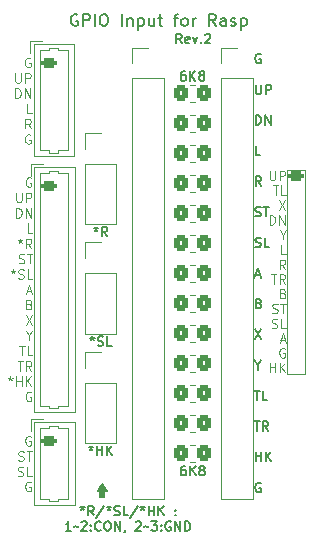
<source format=gbr>
%TF.GenerationSoftware,KiCad,Pcbnew,7.0.1*%
%TF.CreationDate,2023-04-02T14:30:40+09:00*%
%TF.ProjectId,joystick_gpio_input_main_part,6a6f7973-7469-4636-9b5f-6770696f5f69,2*%
%TF.SameCoordinates,PX7863d30PY784b050*%
%TF.FileFunction,Legend,Top*%
%TF.FilePolarity,Positive*%
%FSLAX46Y46*%
G04 Gerber Fmt 4.6, Leading zero omitted, Abs format (unit mm)*
G04 Created by KiCad (PCBNEW 7.0.1) date 2023-04-02 14:30:40*
%MOMM*%
%LPD*%
G01*
G04 APERTURE LIST*
G04 Aperture macros list*
%AMRoundRect*
0 Rectangle with rounded corners*
0 $1 Rounding radius*
0 $2 $3 $4 $5 $6 $7 $8 $9 X,Y pos of 4 corners*
0 Add a 4 corners polygon primitive as box body*
4,1,4,$2,$3,$4,$5,$6,$7,$8,$9,$2,$3,0*
0 Add four circle primitives for the rounded corners*
1,1,$1+$1,$2,$3*
1,1,$1+$1,$4,$5*
1,1,$1+$1,$6,$7*
1,1,$1+$1,$8,$9*
0 Add four rect primitives between the rounded corners*
20,1,$1+$1,$2,$3,$4,$5,0*
20,1,$1+$1,$4,$5,$6,$7,0*
20,1,$1+$1,$6,$7,$8,$9,0*
20,1,$1+$1,$8,$9,$2,$3,0*%
G04 Aperture macros list end*
%ADD10C,0.150000*%
%ADD11C,0.100000*%
%ADD12C,0.120000*%
%ADD13RoundRect,0.250000X-0.350000X-0.450000X0.350000X-0.450000X0.350000X0.450000X-0.350000X0.450000X0*%
%ADD14RoundRect,0.200000X-0.450000X0.200000X-0.450000X-0.200000X0.450000X-0.200000X0.450000X0.200000X0*%
%ADD15O,1.300000X0.800000*%
%ADD16R,1.700000X1.700000*%
%ADD17O,1.700000X1.700000*%
G04 APERTURE END LIST*
D10*
X8534400Y4394200D02*
X8305800Y4394200D01*
X8305800Y3835400D01*
X8001000Y3835400D01*
X8001000Y4394200D01*
X7772400Y4394200D01*
X8153400Y4978400D01*
X8534400Y4394200D01*
G36*
X8534400Y4394200D02*
G01*
X8305800Y4394200D01*
X8305800Y3835400D01*
X8001000Y3835400D01*
X8001000Y4394200D01*
X7772400Y4394200D01*
X8153400Y4978400D01*
X8534400Y4394200D01*
G37*
D11*
X2082123Y8965210D02*
X2005933Y9003305D01*
X2005933Y9003305D02*
X1891647Y9003305D01*
X1891647Y9003305D02*
X1777361Y8965210D01*
X1777361Y8965210D02*
X1701171Y8889020D01*
X1701171Y8889020D02*
X1663076Y8812829D01*
X1663076Y8812829D02*
X1624980Y8660448D01*
X1624980Y8660448D02*
X1624980Y8546162D01*
X1624980Y8546162D02*
X1663076Y8393781D01*
X1663076Y8393781D02*
X1701171Y8317591D01*
X1701171Y8317591D02*
X1777361Y8241400D01*
X1777361Y8241400D02*
X1891647Y8203305D01*
X1891647Y8203305D02*
X1967838Y8203305D01*
X1967838Y8203305D02*
X2082123Y8241400D01*
X2082123Y8241400D02*
X2120219Y8279496D01*
X2120219Y8279496D02*
X2120219Y8546162D01*
X2120219Y8546162D02*
X1967838Y8546162D01*
X1053551Y6945400D02*
X1167837Y6907305D01*
X1167837Y6907305D02*
X1358313Y6907305D01*
X1358313Y6907305D02*
X1434504Y6945400D01*
X1434504Y6945400D02*
X1472599Y6983496D01*
X1472599Y6983496D02*
X1510694Y7059686D01*
X1510694Y7059686D02*
X1510694Y7135877D01*
X1510694Y7135877D02*
X1472599Y7212067D01*
X1472599Y7212067D02*
X1434504Y7250162D01*
X1434504Y7250162D02*
X1358313Y7288258D01*
X1358313Y7288258D02*
X1205932Y7326353D01*
X1205932Y7326353D02*
X1129742Y7364448D01*
X1129742Y7364448D02*
X1091647Y7402543D01*
X1091647Y7402543D02*
X1053551Y7478734D01*
X1053551Y7478734D02*
X1053551Y7554924D01*
X1053551Y7554924D02*
X1091647Y7631115D01*
X1091647Y7631115D02*
X1129742Y7669210D01*
X1129742Y7669210D02*
X1205932Y7707305D01*
X1205932Y7707305D02*
X1396409Y7707305D01*
X1396409Y7707305D02*
X1510694Y7669210D01*
X1739266Y7707305D02*
X2196409Y7707305D01*
X1967837Y6907305D02*
X1967837Y7707305D01*
X1015456Y5649400D02*
X1129742Y5611305D01*
X1129742Y5611305D02*
X1320218Y5611305D01*
X1320218Y5611305D02*
X1396409Y5649400D01*
X1396409Y5649400D02*
X1434504Y5687496D01*
X1434504Y5687496D02*
X1472599Y5763686D01*
X1472599Y5763686D02*
X1472599Y5839877D01*
X1472599Y5839877D02*
X1434504Y5916067D01*
X1434504Y5916067D02*
X1396409Y5954162D01*
X1396409Y5954162D02*
X1320218Y5992258D01*
X1320218Y5992258D02*
X1167837Y6030353D01*
X1167837Y6030353D02*
X1091647Y6068448D01*
X1091647Y6068448D02*
X1053552Y6106543D01*
X1053552Y6106543D02*
X1015456Y6182734D01*
X1015456Y6182734D02*
X1015456Y6258924D01*
X1015456Y6258924D02*
X1053552Y6335115D01*
X1053552Y6335115D02*
X1091647Y6373210D01*
X1091647Y6373210D02*
X1167837Y6411305D01*
X1167837Y6411305D02*
X1358314Y6411305D01*
X1358314Y6411305D02*
X1472599Y6373210D01*
X2196409Y5611305D02*
X1815457Y5611305D01*
X1815457Y5611305D02*
X1815457Y6411305D01*
X2082123Y5077210D02*
X2005933Y5115305D01*
X2005933Y5115305D02*
X1891647Y5115305D01*
X1891647Y5115305D02*
X1777361Y5077210D01*
X1777361Y5077210D02*
X1701171Y5001020D01*
X1701171Y5001020D02*
X1663076Y4924829D01*
X1663076Y4924829D02*
X1624980Y4772448D01*
X1624980Y4772448D02*
X1624980Y4658162D01*
X1624980Y4658162D02*
X1663076Y4505781D01*
X1663076Y4505781D02*
X1701171Y4429591D01*
X1701171Y4429591D02*
X1777361Y4353400D01*
X1777361Y4353400D02*
X1891647Y4315305D01*
X1891647Y4315305D02*
X1967838Y4315305D01*
X1967838Y4315305D02*
X2082123Y4353400D01*
X2082123Y4353400D02*
X2120219Y4391496D01*
X2120219Y4391496D02*
X2120219Y4658162D01*
X2120219Y4658162D02*
X1967838Y4658162D01*
D10*
X6471133Y3084505D02*
X6471133Y2894029D01*
X6280657Y2970220D02*
X6471133Y2894029D01*
X6471133Y2894029D02*
X6661610Y2970220D01*
X6356848Y2741648D02*
X6471133Y2894029D01*
X6471133Y2894029D02*
X6585419Y2741648D01*
X7423515Y2284505D02*
X7156848Y2665458D01*
X6966372Y2284505D02*
X6966372Y3084505D01*
X6966372Y3084505D02*
X7271134Y3084505D01*
X7271134Y3084505D02*
X7347324Y3046410D01*
X7347324Y3046410D02*
X7385419Y3008315D01*
X7385419Y3008315D02*
X7423515Y2932124D01*
X7423515Y2932124D02*
X7423515Y2817839D01*
X7423515Y2817839D02*
X7385419Y2741648D01*
X7385419Y2741648D02*
X7347324Y2703553D01*
X7347324Y2703553D02*
X7271134Y2665458D01*
X7271134Y2665458D02*
X6966372Y2665458D01*
X8337800Y3122600D02*
X7652086Y2094029D01*
X8718752Y3084505D02*
X8718752Y2894029D01*
X8528276Y2970220D02*
X8718752Y2894029D01*
X8718752Y2894029D02*
X8909229Y2970220D01*
X8604467Y2741648D02*
X8718752Y2894029D01*
X8718752Y2894029D02*
X8833038Y2741648D01*
X9175895Y2322600D02*
X9290181Y2284505D01*
X9290181Y2284505D02*
X9480657Y2284505D01*
X9480657Y2284505D02*
X9556848Y2322600D01*
X9556848Y2322600D02*
X9594943Y2360696D01*
X9594943Y2360696D02*
X9633038Y2436886D01*
X9633038Y2436886D02*
X9633038Y2513077D01*
X9633038Y2513077D02*
X9594943Y2589267D01*
X9594943Y2589267D02*
X9556848Y2627362D01*
X9556848Y2627362D02*
X9480657Y2665458D01*
X9480657Y2665458D02*
X9328276Y2703553D01*
X9328276Y2703553D02*
X9252086Y2741648D01*
X9252086Y2741648D02*
X9213991Y2779743D01*
X9213991Y2779743D02*
X9175895Y2855934D01*
X9175895Y2855934D02*
X9175895Y2932124D01*
X9175895Y2932124D02*
X9213991Y3008315D01*
X9213991Y3008315D02*
X9252086Y3046410D01*
X9252086Y3046410D02*
X9328276Y3084505D01*
X9328276Y3084505D02*
X9518753Y3084505D01*
X9518753Y3084505D02*
X9633038Y3046410D01*
X10356848Y2284505D02*
X9975896Y2284505D01*
X9975896Y2284505D02*
X9975896Y3084505D01*
X11194943Y3122600D02*
X10509229Y2094029D01*
X11575895Y3084505D02*
X11575895Y2894029D01*
X11385419Y2970220D02*
X11575895Y2894029D01*
X11575895Y2894029D02*
X11766372Y2970220D01*
X11461610Y2741648D02*
X11575895Y2894029D01*
X11575895Y2894029D02*
X11690181Y2741648D01*
X12071134Y2284505D02*
X12071134Y3084505D01*
X12071134Y2703553D02*
X12528277Y2703553D01*
X12528277Y2284505D02*
X12528277Y3084505D01*
X12909229Y2284505D02*
X12909229Y3084505D01*
X13366372Y2284505D02*
X13023514Y2741648D01*
X13366372Y3084505D02*
X12909229Y2627362D01*
X14318753Y2360696D02*
X14356848Y2322600D01*
X14356848Y2322600D02*
X14318753Y2284505D01*
X14318753Y2284505D02*
X14280657Y2322600D01*
X14280657Y2322600D02*
X14318753Y2360696D01*
X14318753Y2360696D02*
X14318753Y2284505D01*
X14318753Y2779743D02*
X14356848Y2741648D01*
X14356848Y2741648D02*
X14318753Y2703553D01*
X14318753Y2703553D02*
X14280657Y2741648D01*
X14280657Y2741648D02*
X14318753Y2779743D01*
X14318753Y2779743D02*
X14318753Y2703553D01*
X5518752Y988505D02*
X5061609Y988505D01*
X5290181Y988505D02*
X5290181Y1788505D01*
X5290181Y1788505D02*
X5213990Y1674220D01*
X5213990Y1674220D02*
X5137800Y1598029D01*
X5137800Y1598029D02*
X5061609Y1559934D01*
X5747324Y1293267D02*
X5785419Y1331362D01*
X5785419Y1331362D02*
X5861610Y1369458D01*
X5861610Y1369458D02*
X6013991Y1293267D01*
X6013991Y1293267D02*
X6090181Y1331362D01*
X6090181Y1331362D02*
X6128276Y1369458D01*
X6394943Y1712315D02*
X6433039Y1750410D01*
X6433039Y1750410D02*
X6509229Y1788505D01*
X6509229Y1788505D02*
X6699705Y1788505D01*
X6699705Y1788505D02*
X6775896Y1750410D01*
X6775896Y1750410D02*
X6813991Y1712315D01*
X6813991Y1712315D02*
X6852086Y1636124D01*
X6852086Y1636124D02*
X6852086Y1559934D01*
X6852086Y1559934D02*
X6813991Y1445648D01*
X6813991Y1445648D02*
X6356848Y988505D01*
X6356848Y988505D02*
X6852086Y988505D01*
X7194944Y1064696D02*
X7233039Y1026600D01*
X7233039Y1026600D02*
X7194944Y988505D01*
X7194944Y988505D02*
X7156848Y1026600D01*
X7156848Y1026600D02*
X7194944Y1064696D01*
X7194944Y1064696D02*
X7194944Y988505D01*
X7194944Y1483743D02*
X7233039Y1445648D01*
X7233039Y1445648D02*
X7194944Y1407553D01*
X7194944Y1407553D02*
X7156848Y1445648D01*
X7156848Y1445648D02*
X7194944Y1483743D01*
X7194944Y1483743D02*
X7194944Y1407553D01*
X8033039Y1064696D02*
X7994943Y1026600D01*
X7994943Y1026600D02*
X7880658Y988505D01*
X7880658Y988505D02*
X7804467Y988505D01*
X7804467Y988505D02*
X7690181Y1026600D01*
X7690181Y1026600D02*
X7613991Y1102791D01*
X7613991Y1102791D02*
X7575896Y1178981D01*
X7575896Y1178981D02*
X7537800Y1331362D01*
X7537800Y1331362D02*
X7537800Y1445648D01*
X7537800Y1445648D02*
X7575896Y1598029D01*
X7575896Y1598029D02*
X7613991Y1674220D01*
X7613991Y1674220D02*
X7690181Y1750410D01*
X7690181Y1750410D02*
X7804467Y1788505D01*
X7804467Y1788505D02*
X7880658Y1788505D01*
X7880658Y1788505D02*
X7994943Y1750410D01*
X7994943Y1750410D02*
X8033039Y1712315D01*
X8528277Y1788505D02*
X8680658Y1788505D01*
X8680658Y1788505D02*
X8756848Y1750410D01*
X8756848Y1750410D02*
X8833039Y1674220D01*
X8833039Y1674220D02*
X8871134Y1521839D01*
X8871134Y1521839D02*
X8871134Y1255172D01*
X8871134Y1255172D02*
X8833039Y1102791D01*
X8833039Y1102791D02*
X8756848Y1026600D01*
X8756848Y1026600D02*
X8680658Y988505D01*
X8680658Y988505D02*
X8528277Y988505D01*
X8528277Y988505D02*
X8452086Y1026600D01*
X8452086Y1026600D02*
X8375896Y1102791D01*
X8375896Y1102791D02*
X8337800Y1255172D01*
X8337800Y1255172D02*
X8337800Y1521839D01*
X8337800Y1521839D02*
X8375896Y1674220D01*
X8375896Y1674220D02*
X8452086Y1750410D01*
X8452086Y1750410D02*
X8528277Y1788505D01*
X9213991Y988505D02*
X9213991Y1788505D01*
X9213991Y1788505D02*
X9671134Y988505D01*
X9671134Y988505D02*
X9671134Y1788505D01*
X10090181Y1026600D02*
X10090181Y988505D01*
X10090181Y988505D02*
X10052086Y912315D01*
X10052086Y912315D02*
X10013990Y874220D01*
X11004466Y1712315D02*
X11042562Y1750410D01*
X11042562Y1750410D02*
X11118752Y1788505D01*
X11118752Y1788505D02*
X11309228Y1788505D01*
X11309228Y1788505D02*
X11385419Y1750410D01*
X11385419Y1750410D02*
X11423514Y1712315D01*
X11423514Y1712315D02*
X11461609Y1636124D01*
X11461609Y1636124D02*
X11461609Y1559934D01*
X11461609Y1559934D02*
X11423514Y1445648D01*
X11423514Y1445648D02*
X10966371Y988505D01*
X10966371Y988505D02*
X11461609Y988505D01*
X11690181Y1293267D02*
X11728276Y1331362D01*
X11728276Y1331362D02*
X11804467Y1369458D01*
X11804467Y1369458D02*
X11956848Y1293267D01*
X11956848Y1293267D02*
X12033038Y1331362D01*
X12033038Y1331362D02*
X12071133Y1369458D01*
X12299705Y1788505D02*
X12794943Y1788505D01*
X12794943Y1788505D02*
X12528277Y1483743D01*
X12528277Y1483743D02*
X12642562Y1483743D01*
X12642562Y1483743D02*
X12718753Y1445648D01*
X12718753Y1445648D02*
X12756848Y1407553D01*
X12756848Y1407553D02*
X12794943Y1331362D01*
X12794943Y1331362D02*
X12794943Y1140886D01*
X12794943Y1140886D02*
X12756848Y1064696D01*
X12756848Y1064696D02*
X12718753Y1026600D01*
X12718753Y1026600D02*
X12642562Y988505D01*
X12642562Y988505D02*
X12413991Y988505D01*
X12413991Y988505D02*
X12337800Y1026600D01*
X12337800Y1026600D02*
X12299705Y1064696D01*
X13137801Y1064696D02*
X13175896Y1026600D01*
X13175896Y1026600D02*
X13137801Y988505D01*
X13137801Y988505D02*
X13099705Y1026600D01*
X13099705Y1026600D02*
X13137801Y1064696D01*
X13137801Y1064696D02*
X13137801Y988505D01*
X13137801Y1483743D02*
X13175896Y1445648D01*
X13175896Y1445648D02*
X13137801Y1407553D01*
X13137801Y1407553D02*
X13099705Y1445648D01*
X13099705Y1445648D02*
X13137801Y1483743D01*
X13137801Y1483743D02*
X13137801Y1407553D01*
X13937800Y1750410D02*
X13861610Y1788505D01*
X13861610Y1788505D02*
X13747324Y1788505D01*
X13747324Y1788505D02*
X13633038Y1750410D01*
X13633038Y1750410D02*
X13556848Y1674220D01*
X13556848Y1674220D02*
X13518753Y1598029D01*
X13518753Y1598029D02*
X13480657Y1445648D01*
X13480657Y1445648D02*
X13480657Y1331362D01*
X13480657Y1331362D02*
X13518753Y1178981D01*
X13518753Y1178981D02*
X13556848Y1102791D01*
X13556848Y1102791D02*
X13633038Y1026600D01*
X13633038Y1026600D02*
X13747324Y988505D01*
X13747324Y988505D02*
X13823515Y988505D01*
X13823515Y988505D02*
X13937800Y1026600D01*
X13937800Y1026600D02*
X13975896Y1064696D01*
X13975896Y1064696D02*
X13975896Y1331362D01*
X13975896Y1331362D02*
X13823515Y1331362D01*
X14318753Y988505D02*
X14318753Y1788505D01*
X14318753Y1788505D02*
X14775896Y988505D01*
X14775896Y988505D02*
X14775896Y1788505D01*
X15156848Y988505D02*
X15156848Y1788505D01*
X15156848Y1788505D02*
X15347324Y1788505D01*
X15347324Y1788505D02*
X15461610Y1750410D01*
X15461610Y1750410D02*
X15537800Y1674220D01*
X15537800Y1674220D02*
X15575895Y1598029D01*
X15575895Y1598029D02*
X15613991Y1445648D01*
X15613991Y1445648D02*
X15613991Y1331362D01*
X15613991Y1331362D02*
X15575895Y1178981D01*
X15575895Y1178981D02*
X15537800Y1102791D01*
X15537800Y1102791D02*
X15461610Y1026600D01*
X15461610Y1026600D02*
X15347324Y988505D01*
X15347324Y988505D02*
X15156848Y988505D01*
D11*
X2120923Y30863610D02*
X2044733Y30901705D01*
X2044733Y30901705D02*
X1930447Y30901705D01*
X1930447Y30901705D02*
X1816161Y30863610D01*
X1816161Y30863610D02*
X1739971Y30787420D01*
X1739971Y30787420D02*
X1701876Y30711229D01*
X1701876Y30711229D02*
X1663780Y30558848D01*
X1663780Y30558848D02*
X1663780Y30444562D01*
X1663780Y30444562D02*
X1701876Y30292181D01*
X1701876Y30292181D02*
X1739971Y30215991D01*
X1739971Y30215991D02*
X1816161Y30139800D01*
X1816161Y30139800D02*
X1930447Y30101705D01*
X1930447Y30101705D02*
X2006638Y30101705D01*
X2006638Y30101705D02*
X2120923Y30139800D01*
X2120923Y30139800D02*
X2159019Y30177896D01*
X2159019Y30177896D02*
X2159019Y30444562D01*
X2159019Y30444562D02*
X2006638Y30444562D01*
X863781Y29605705D02*
X863781Y28958086D01*
X863781Y28958086D02*
X901876Y28881896D01*
X901876Y28881896D02*
X939971Y28843800D01*
X939971Y28843800D02*
X1016162Y28805705D01*
X1016162Y28805705D02*
X1168543Y28805705D01*
X1168543Y28805705D02*
X1244733Y28843800D01*
X1244733Y28843800D02*
X1282828Y28881896D01*
X1282828Y28881896D02*
X1320924Y28958086D01*
X1320924Y28958086D02*
X1320924Y29605705D01*
X1701876Y28805705D02*
X1701876Y29605705D01*
X1701876Y29605705D02*
X2006638Y29605705D01*
X2006638Y29605705D02*
X2082828Y29567610D01*
X2082828Y29567610D02*
X2120923Y29529515D01*
X2120923Y29529515D02*
X2159019Y29453324D01*
X2159019Y29453324D02*
X2159019Y29339039D01*
X2159019Y29339039D02*
X2120923Y29262848D01*
X2120923Y29262848D02*
X2082828Y29224753D01*
X2082828Y29224753D02*
X2006638Y29186658D01*
X2006638Y29186658D02*
X1701876Y29186658D01*
X863781Y27509705D02*
X863781Y28309705D01*
X863781Y28309705D02*
X1054257Y28309705D01*
X1054257Y28309705D02*
X1168543Y28271610D01*
X1168543Y28271610D02*
X1244733Y28195420D01*
X1244733Y28195420D02*
X1282828Y28119229D01*
X1282828Y28119229D02*
X1320924Y27966848D01*
X1320924Y27966848D02*
X1320924Y27852562D01*
X1320924Y27852562D02*
X1282828Y27700181D01*
X1282828Y27700181D02*
X1244733Y27623991D01*
X1244733Y27623991D02*
X1168543Y27547800D01*
X1168543Y27547800D02*
X1054257Y27509705D01*
X1054257Y27509705D02*
X863781Y27509705D01*
X1663781Y27509705D02*
X1663781Y28309705D01*
X1663781Y28309705D02*
X2120924Y27509705D01*
X2120924Y27509705D02*
X2120924Y28309705D01*
X2235209Y26213705D02*
X1854257Y26213705D01*
X1854257Y26213705D02*
X1854257Y27013705D01*
X1206637Y25717705D02*
X1206637Y25527229D01*
X1016161Y25603420D02*
X1206637Y25527229D01*
X1206637Y25527229D02*
X1397114Y25603420D01*
X1092352Y25374848D02*
X1206637Y25527229D01*
X1206637Y25527229D02*
X1320923Y25374848D01*
X2159019Y24917705D02*
X1892352Y25298658D01*
X1701876Y24917705D02*
X1701876Y25717705D01*
X1701876Y25717705D02*
X2006638Y25717705D01*
X2006638Y25717705D02*
X2082828Y25679610D01*
X2082828Y25679610D02*
X2120923Y25641515D01*
X2120923Y25641515D02*
X2159019Y25565324D01*
X2159019Y25565324D02*
X2159019Y25451039D01*
X2159019Y25451039D02*
X2120923Y25374848D01*
X2120923Y25374848D02*
X2082828Y25336753D01*
X2082828Y25336753D02*
X2006638Y25298658D01*
X2006638Y25298658D02*
X1701876Y25298658D01*
X1092351Y23659800D02*
X1206637Y23621705D01*
X1206637Y23621705D02*
X1397113Y23621705D01*
X1397113Y23621705D02*
X1473304Y23659800D01*
X1473304Y23659800D02*
X1511399Y23697896D01*
X1511399Y23697896D02*
X1549494Y23774086D01*
X1549494Y23774086D02*
X1549494Y23850277D01*
X1549494Y23850277D02*
X1511399Y23926467D01*
X1511399Y23926467D02*
X1473304Y23964562D01*
X1473304Y23964562D02*
X1397113Y24002658D01*
X1397113Y24002658D02*
X1244732Y24040753D01*
X1244732Y24040753D02*
X1168542Y24078848D01*
X1168542Y24078848D02*
X1130447Y24116943D01*
X1130447Y24116943D02*
X1092351Y24193134D01*
X1092351Y24193134D02*
X1092351Y24269324D01*
X1092351Y24269324D02*
X1130447Y24345515D01*
X1130447Y24345515D02*
X1168542Y24383610D01*
X1168542Y24383610D02*
X1244732Y24421705D01*
X1244732Y24421705D02*
X1435209Y24421705D01*
X1435209Y24421705D02*
X1549494Y24383610D01*
X1778066Y24421705D02*
X2235209Y24421705D01*
X2006637Y23621705D02*
X2006637Y24421705D01*
X597113Y23125705D02*
X597113Y22935229D01*
X406637Y23011420D02*
X597113Y22935229D01*
X597113Y22935229D02*
X787590Y23011420D01*
X482828Y22782848D02*
X597113Y22935229D01*
X597113Y22935229D02*
X711399Y22782848D01*
X1054256Y22363800D02*
X1168542Y22325705D01*
X1168542Y22325705D02*
X1359018Y22325705D01*
X1359018Y22325705D02*
X1435209Y22363800D01*
X1435209Y22363800D02*
X1473304Y22401896D01*
X1473304Y22401896D02*
X1511399Y22478086D01*
X1511399Y22478086D02*
X1511399Y22554277D01*
X1511399Y22554277D02*
X1473304Y22630467D01*
X1473304Y22630467D02*
X1435209Y22668562D01*
X1435209Y22668562D02*
X1359018Y22706658D01*
X1359018Y22706658D02*
X1206637Y22744753D01*
X1206637Y22744753D02*
X1130447Y22782848D01*
X1130447Y22782848D02*
X1092352Y22820943D01*
X1092352Y22820943D02*
X1054256Y22897134D01*
X1054256Y22897134D02*
X1054256Y22973324D01*
X1054256Y22973324D02*
X1092352Y23049515D01*
X1092352Y23049515D02*
X1130447Y23087610D01*
X1130447Y23087610D02*
X1206637Y23125705D01*
X1206637Y23125705D02*
X1397114Y23125705D01*
X1397114Y23125705D02*
X1511399Y23087610D01*
X2235209Y22325705D02*
X1854257Y22325705D01*
X1854257Y22325705D02*
X1854257Y23125705D01*
X1778066Y21258277D02*
X2159019Y21258277D01*
X1701876Y21029705D02*
X1968543Y21829705D01*
X1968543Y21829705D02*
X2235209Y21029705D01*
X1968542Y20152753D02*
X2082828Y20114658D01*
X2082828Y20114658D02*
X2120923Y20076562D01*
X2120923Y20076562D02*
X2159019Y20000372D01*
X2159019Y20000372D02*
X2159019Y19886086D01*
X2159019Y19886086D02*
X2120923Y19809896D01*
X2120923Y19809896D02*
X2082828Y19771800D01*
X2082828Y19771800D02*
X2006638Y19733705D01*
X2006638Y19733705D02*
X1701876Y19733705D01*
X1701876Y19733705D02*
X1701876Y20533705D01*
X1701876Y20533705D02*
X1968542Y20533705D01*
X1968542Y20533705D02*
X2044733Y20495610D01*
X2044733Y20495610D02*
X2082828Y20457515D01*
X2082828Y20457515D02*
X2120923Y20381324D01*
X2120923Y20381324D02*
X2120923Y20305134D01*
X2120923Y20305134D02*
X2082828Y20228943D01*
X2082828Y20228943D02*
X2044733Y20190848D01*
X2044733Y20190848D02*
X1968542Y20152753D01*
X1968542Y20152753D02*
X1701876Y20152753D01*
X1663780Y19237705D02*
X2197114Y18437705D01*
X2197114Y19237705D02*
X1663780Y18437705D01*
X1968543Y17522658D02*
X1968543Y17141705D01*
X1701876Y17941705D02*
X1968543Y17522658D01*
X1968543Y17522658D02*
X2235209Y17941705D01*
X1130447Y16645705D02*
X1587590Y16645705D01*
X1359018Y15845705D02*
X1359018Y16645705D01*
X2235209Y15845705D02*
X1854257Y15845705D01*
X1854257Y15845705D02*
X1854257Y16645705D01*
X978066Y15349705D02*
X1435209Y15349705D01*
X1206637Y14549705D02*
X1206637Y15349705D01*
X2159019Y14549705D02*
X1892352Y14930658D01*
X1701876Y14549705D02*
X1701876Y15349705D01*
X1701876Y15349705D02*
X2006638Y15349705D01*
X2006638Y15349705D02*
X2082828Y15311610D01*
X2082828Y15311610D02*
X2120923Y15273515D01*
X2120923Y15273515D02*
X2159019Y15197324D01*
X2159019Y15197324D02*
X2159019Y15083039D01*
X2159019Y15083039D02*
X2120923Y15006848D01*
X2120923Y15006848D02*
X2082828Y14968753D01*
X2082828Y14968753D02*
X2006638Y14930658D01*
X2006638Y14930658D02*
X1701876Y14930658D01*
X368542Y14053705D02*
X368542Y13863229D01*
X178066Y13939420D02*
X368542Y13863229D01*
X368542Y13863229D02*
X559019Y13939420D01*
X254257Y13710848D02*
X368542Y13863229D01*
X368542Y13863229D02*
X482828Y13710848D01*
X863781Y13253705D02*
X863781Y14053705D01*
X863781Y13672753D02*
X1320924Y13672753D01*
X1320924Y13253705D02*
X1320924Y14053705D01*
X1701876Y13253705D02*
X1701876Y14053705D01*
X2159019Y13253705D02*
X1816161Y13710848D01*
X2159019Y14053705D02*
X1701876Y13596562D01*
X2120923Y12719610D02*
X2044733Y12757705D01*
X2044733Y12757705D02*
X1930447Y12757705D01*
X1930447Y12757705D02*
X1816161Y12719610D01*
X1816161Y12719610D02*
X1739971Y12643420D01*
X1739971Y12643420D02*
X1701876Y12567229D01*
X1701876Y12567229D02*
X1663780Y12414848D01*
X1663780Y12414848D02*
X1663780Y12300562D01*
X1663780Y12300562D02*
X1701876Y12148181D01*
X1701876Y12148181D02*
X1739971Y12071991D01*
X1739971Y12071991D02*
X1816161Y11995800D01*
X1816161Y11995800D02*
X1930447Y11957705D01*
X1930447Y11957705D02*
X2006638Y11957705D01*
X2006638Y11957705D02*
X2120923Y11995800D01*
X2120923Y11995800D02*
X2159019Y12033896D01*
X2159019Y12033896D02*
X2159019Y12300562D01*
X2159019Y12300562D02*
X2006638Y12300562D01*
X2056723Y40995210D02*
X1980533Y41033305D01*
X1980533Y41033305D02*
X1866247Y41033305D01*
X1866247Y41033305D02*
X1751961Y40995210D01*
X1751961Y40995210D02*
X1675771Y40919020D01*
X1675771Y40919020D02*
X1637676Y40842829D01*
X1637676Y40842829D02*
X1599580Y40690448D01*
X1599580Y40690448D02*
X1599580Y40576162D01*
X1599580Y40576162D02*
X1637676Y40423781D01*
X1637676Y40423781D02*
X1675771Y40347591D01*
X1675771Y40347591D02*
X1751961Y40271400D01*
X1751961Y40271400D02*
X1866247Y40233305D01*
X1866247Y40233305D02*
X1942438Y40233305D01*
X1942438Y40233305D02*
X2056723Y40271400D01*
X2056723Y40271400D02*
X2094819Y40309496D01*
X2094819Y40309496D02*
X2094819Y40576162D01*
X2094819Y40576162D02*
X1942438Y40576162D01*
X799581Y39737305D02*
X799581Y39089686D01*
X799581Y39089686D02*
X837676Y39013496D01*
X837676Y39013496D02*
X875771Y38975400D01*
X875771Y38975400D02*
X951962Y38937305D01*
X951962Y38937305D02*
X1104343Y38937305D01*
X1104343Y38937305D02*
X1180533Y38975400D01*
X1180533Y38975400D02*
X1218628Y39013496D01*
X1218628Y39013496D02*
X1256724Y39089686D01*
X1256724Y39089686D02*
X1256724Y39737305D01*
X1637676Y38937305D02*
X1637676Y39737305D01*
X1637676Y39737305D02*
X1942438Y39737305D01*
X1942438Y39737305D02*
X2018628Y39699210D01*
X2018628Y39699210D02*
X2056723Y39661115D01*
X2056723Y39661115D02*
X2094819Y39584924D01*
X2094819Y39584924D02*
X2094819Y39470639D01*
X2094819Y39470639D02*
X2056723Y39394448D01*
X2056723Y39394448D02*
X2018628Y39356353D01*
X2018628Y39356353D02*
X1942438Y39318258D01*
X1942438Y39318258D02*
X1637676Y39318258D01*
X799581Y37641305D02*
X799581Y38441305D01*
X799581Y38441305D02*
X990057Y38441305D01*
X990057Y38441305D02*
X1104343Y38403210D01*
X1104343Y38403210D02*
X1180533Y38327020D01*
X1180533Y38327020D02*
X1218628Y38250829D01*
X1218628Y38250829D02*
X1256724Y38098448D01*
X1256724Y38098448D02*
X1256724Y37984162D01*
X1256724Y37984162D02*
X1218628Y37831781D01*
X1218628Y37831781D02*
X1180533Y37755591D01*
X1180533Y37755591D02*
X1104343Y37679400D01*
X1104343Y37679400D02*
X990057Y37641305D01*
X990057Y37641305D02*
X799581Y37641305D01*
X1599581Y37641305D02*
X1599581Y38441305D01*
X1599581Y38441305D02*
X2056724Y37641305D01*
X2056724Y37641305D02*
X2056724Y38441305D01*
X2171009Y36345305D02*
X1790057Y36345305D01*
X1790057Y36345305D02*
X1790057Y37145305D01*
X2094819Y35049305D02*
X1828152Y35430258D01*
X1637676Y35049305D02*
X1637676Y35849305D01*
X1637676Y35849305D02*
X1942438Y35849305D01*
X1942438Y35849305D02*
X2018628Y35811210D01*
X2018628Y35811210D02*
X2056723Y35773115D01*
X2056723Y35773115D02*
X2094819Y35696924D01*
X2094819Y35696924D02*
X2094819Y35582639D01*
X2094819Y35582639D02*
X2056723Y35506448D01*
X2056723Y35506448D02*
X2018628Y35468353D01*
X2018628Y35468353D02*
X1942438Y35430258D01*
X1942438Y35430258D02*
X1637676Y35430258D01*
X2056723Y34515210D02*
X1980533Y34553305D01*
X1980533Y34553305D02*
X1866247Y34553305D01*
X1866247Y34553305D02*
X1751961Y34515210D01*
X1751961Y34515210D02*
X1675771Y34439020D01*
X1675771Y34439020D02*
X1637676Y34362829D01*
X1637676Y34362829D02*
X1599580Y34210448D01*
X1599580Y34210448D02*
X1599580Y34096162D01*
X1599580Y34096162D02*
X1637676Y33943781D01*
X1637676Y33943781D02*
X1675771Y33867591D01*
X1675771Y33867591D02*
X1751961Y33791400D01*
X1751961Y33791400D02*
X1866247Y33753305D01*
X1866247Y33753305D02*
X1942438Y33753305D01*
X1942438Y33753305D02*
X2056723Y33791400D01*
X2056723Y33791400D02*
X2094819Y33829496D01*
X2094819Y33829496D02*
X2094819Y34096162D01*
X2094819Y34096162D02*
X1942438Y34096162D01*
D10*
X7612999Y26744305D02*
X7612999Y26553829D01*
X7422523Y26630020D02*
X7612999Y26553829D01*
X7612999Y26553829D02*
X7803476Y26630020D01*
X7498714Y26401448D02*
X7612999Y26553829D01*
X7612999Y26553829D02*
X7727285Y26401448D01*
X8565381Y25944305D02*
X8298714Y26325258D01*
X8108238Y25944305D02*
X8108238Y26744305D01*
X8108238Y26744305D02*
X8413000Y26744305D01*
X8413000Y26744305D02*
X8489190Y26706210D01*
X8489190Y26706210D02*
X8527285Y26668115D01*
X8527285Y26668115D02*
X8565381Y26591924D01*
X8565381Y26591924D02*
X8565381Y26477639D01*
X8565381Y26477639D02*
X8527285Y26401448D01*
X8527285Y26401448D02*
X8489190Y26363353D01*
X8489190Y26363353D02*
X8413000Y26325258D01*
X8413000Y26325258D02*
X8108238Y26325258D01*
X6047646Y44685762D02*
X5952408Y44733381D01*
X5952408Y44733381D02*
X5809551Y44733381D01*
X5809551Y44733381D02*
X5666694Y44685762D01*
X5666694Y44685762D02*
X5571456Y44590524D01*
X5571456Y44590524D02*
X5523837Y44495286D01*
X5523837Y44495286D02*
X5476218Y44304810D01*
X5476218Y44304810D02*
X5476218Y44161953D01*
X5476218Y44161953D02*
X5523837Y43971477D01*
X5523837Y43971477D02*
X5571456Y43876239D01*
X5571456Y43876239D02*
X5666694Y43781000D01*
X5666694Y43781000D02*
X5809551Y43733381D01*
X5809551Y43733381D02*
X5904789Y43733381D01*
X5904789Y43733381D02*
X6047646Y43781000D01*
X6047646Y43781000D02*
X6095265Y43828620D01*
X6095265Y43828620D02*
X6095265Y44161953D01*
X6095265Y44161953D02*
X5904789Y44161953D01*
X6523837Y43733381D02*
X6523837Y44733381D01*
X6523837Y44733381D02*
X6904789Y44733381D01*
X6904789Y44733381D02*
X7000027Y44685762D01*
X7000027Y44685762D02*
X7047646Y44638143D01*
X7047646Y44638143D02*
X7095265Y44542905D01*
X7095265Y44542905D02*
X7095265Y44400048D01*
X7095265Y44400048D02*
X7047646Y44304810D01*
X7047646Y44304810D02*
X7000027Y44257191D01*
X7000027Y44257191D02*
X6904789Y44209572D01*
X6904789Y44209572D02*
X6523837Y44209572D01*
X7523837Y43733381D02*
X7523837Y44733381D01*
X8190503Y44733381D02*
X8380979Y44733381D01*
X8380979Y44733381D02*
X8476217Y44685762D01*
X8476217Y44685762D02*
X8571455Y44590524D01*
X8571455Y44590524D02*
X8619074Y44400048D01*
X8619074Y44400048D02*
X8619074Y44066715D01*
X8619074Y44066715D02*
X8571455Y43876239D01*
X8571455Y43876239D02*
X8476217Y43781000D01*
X8476217Y43781000D02*
X8380979Y43733381D01*
X8380979Y43733381D02*
X8190503Y43733381D01*
X8190503Y43733381D02*
X8095265Y43781000D01*
X8095265Y43781000D02*
X8000027Y43876239D01*
X8000027Y43876239D02*
X7952408Y44066715D01*
X7952408Y44066715D02*
X7952408Y44400048D01*
X7952408Y44400048D02*
X8000027Y44590524D01*
X8000027Y44590524D02*
X8095265Y44685762D01*
X8095265Y44685762D02*
X8190503Y44733381D01*
X9809551Y43733381D02*
X9809551Y44733381D01*
X10285741Y44400048D02*
X10285741Y43733381D01*
X10285741Y44304810D02*
X10333360Y44352429D01*
X10333360Y44352429D02*
X10428598Y44400048D01*
X10428598Y44400048D02*
X10571455Y44400048D01*
X10571455Y44400048D02*
X10666693Y44352429D01*
X10666693Y44352429D02*
X10714312Y44257191D01*
X10714312Y44257191D02*
X10714312Y43733381D01*
X11190503Y44400048D02*
X11190503Y43400048D01*
X11190503Y44352429D02*
X11285741Y44400048D01*
X11285741Y44400048D02*
X11476217Y44400048D01*
X11476217Y44400048D02*
X11571455Y44352429D01*
X11571455Y44352429D02*
X11619074Y44304810D01*
X11619074Y44304810D02*
X11666693Y44209572D01*
X11666693Y44209572D02*
X11666693Y43923858D01*
X11666693Y43923858D02*
X11619074Y43828620D01*
X11619074Y43828620D02*
X11571455Y43781000D01*
X11571455Y43781000D02*
X11476217Y43733381D01*
X11476217Y43733381D02*
X11285741Y43733381D01*
X11285741Y43733381D02*
X11190503Y43781000D01*
X12523836Y44400048D02*
X12523836Y43733381D01*
X12095265Y44400048D02*
X12095265Y43876239D01*
X12095265Y43876239D02*
X12142884Y43781000D01*
X12142884Y43781000D02*
X12238122Y43733381D01*
X12238122Y43733381D02*
X12380979Y43733381D01*
X12380979Y43733381D02*
X12476217Y43781000D01*
X12476217Y43781000D02*
X12523836Y43828620D01*
X12857170Y44400048D02*
X13238122Y44400048D01*
X13000027Y44733381D02*
X13000027Y43876239D01*
X13000027Y43876239D02*
X13047646Y43781000D01*
X13047646Y43781000D02*
X13142884Y43733381D01*
X13142884Y43733381D02*
X13238122Y43733381D01*
X14190504Y44400048D02*
X14571456Y44400048D01*
X14333361Y43733381D02*
X14333361Y44590524D01*
X14333361Y44590524D02*
X14380980Y44685762D01*
X14380980Y44685762D02*
X14476218Y44733381D01*
X14476218Y44733381D02*
X14571456Y44733381D01*
X15047647Y43733381D02*
X14952409Y43781000D01*
X14952409Y43781000D02*
X14904790Y43828620D01*
X14904790Y43828620D02*
X14857171Y43923858D01*
X14857171Y43923858D02*
X14857171Y44209572D01*
X14857171Y44209572D02*
X14904790Y44304810D01*
X14904790Y44304810D02*
X14952409Y44352429D01*
X14952409Y44352429D02*
X15047647Y44400048D01*
X15047647Y44400048D02*
X15190504Y44400048D01*
X15190504Y44400048D02*
X15285742Y44352429D01*
X15285742Y44352429D02*
X15333361Y44304810D01*
X15333361Y44304810D02*
X15380980Y44209572D01*
X15380980Y44209572D02*
X15380980Y43923858D01*
X15380980Y43923858D02*
X15333361Y43828620D01*
X15333361Y43828620D02*
X15285742Y43781000D01*
X15285742Y43781000D02*
X15190504Y43733381D01*
X15190504Y43733381D02*
X15047647Y43733381D01*
X15809552Y43733381D02*
X15809552Y44400048D01*
X15809552Y44209572D02*
X15857171Y44304810D01*
X15857171Y44304810D02*
X15904790Y44352429D01*
X15904790Y44352429D02*
X16000028Y44400048D01*
X16000028Y44400048D02*
X16095266Y44400048D01*
X17761933Y43733381D02*
X17428600Y44209572D01*
X17190505Y43733381D02*
X17190505Y44733381D01*
X17190505Y44733381D02*
X17571457Y44733381D01*
X17571457Y44733381D02*
X17666695Y44685762D01*
X17666695Y44685762D02*
X17714314Y44638143D01*
X17714314Y44638143D02*
X17761933Y44542905D01*
X17761933Y44542905D02*
X17761933Y44400048D01*
X17761933Y44400048D02*
X17714314Y44304810D01*
X17714314Y44304810D02*
X17666695Y44257191D01*
X17666695Y44257191D02*
X17571457Y44209572D01*
X17571457Y44209572D02*
X17190505Y44209572D01*
X18619076Y43733381D02*
X18619076Y44257191D01*
X18619076Y44257191D02*
X18571457Y44352429D01*
X18571457Y44352429D02*
X18476219Y44400048D01*
X18476219Y44400048D02*
X18285743Y44400048D01*
X18285743Y44400048D02*
X18190505Y44352429D01*
X18619076Y43781000D02*
X18523838Y43733381D01*
X18523838Y43733381D02*
X18285743Y43733381D01*
X18285743Y43733381D02*
X18190505Y43781000D01*
X18190505Y43781000D02*
X18142886Y43876239D01*
X18142886Y43876239D02*
X18142886Y43971477D01*
X18142886Y43971477D02*
X18190505Y44066715D01*
X18190505Y44066715D02*
X18285743Y44114334D01*
X18285743Y44114334D02*
X18523838Y44114334D01*
X18523838Y44114334D02*
X18619076Y44161953D01*
X19047648Y43781000D02*
X19142886Y43733381D01*
X19142886Y43733381D02*
X19333362Y43733381D01*
X19333362Y43733381D02*
X19428600Y43781000D01*
X19428600Y43781000D02*
X19476219Y43876239D01*
X19476219Y43876239D02*
X19476219Y43923858D01*
X19476219Y43923858D02*
X19428600Y44019096D01*
X19428600Y44019096D02*
X19333362Y44066715D01*
X19333362Y44066715D02*
X19190505Y44066715D01*
X19190505Y44066715D02*
X19095267Y44114334D01*
X19095267Y44114334D02*
X19047648Y44209572D01*
X19047648Y44209572D02*
X19047648Y44257191D01*
X19047648Y44257191D02*
X19095267Y44352429D01*
X19095267Y44352429D02*
X19190505Y44400048D01*
X19190505Y44400048D02*
X19333362Y44400048D01*
X19333362Y44400048D02*
X19428600Y44352429D01*
X19904791Y44400048D02*
X19904791Y43400048D01*
X19904791Y44352429D02*
X20000029Y44400048D01*
X20000029Y44400048D02*
X20190505Y44400048D01*
X20190505Y44400048D02*
X20285743Y44352429D01*
X20285743Y44352429D02*
X20333362Y44304810D01*
X20333362Y44304810D02*
X20380981Y44209572D01*
X20380981Y44209572D02*
X20380981Y43923858D01*
X20380981Y43923858D02*
X20333362Y43828620D01*
X20333362Y43828620D02*
X20285743Y43781000D01*
X20285743Y43781000D02*
X20190505Y43733381D01*
X20190505Y43733381D02*
X20000029Y43733381D01*
X20000029Y43733381D02*
X19904791Y43781000D01*
X7193952Y8176905D02*
X7193952Y7986429D01*
X7003476Y8062620D02*
X7193952Y7986429D01*
X7193952Y7986429D02*
X7384429Y8062620D01*
X7079667Y7834048D02*
X7193952Y7986429D01*
X7193952Y7986429D02*
X7308238Y7834048D01*
X7689191Y7376905D02*
X7689191Y8176905D01*
X7689191Y7795953D02*
X8146334Y7795953D01*
X8146334Y7376905D02*
X8146334Y8176905D01*
X8527286Y7376905D02*
X8527286Y8176905D01*
X8984429Y7376905D02*
X8641571Y7834048D01*
X8984429Y8176905D02*
X8527286Y7719762D01*
X7308237Y17442505D02*
X7308237Y17252029D01*
X7117761Y17328220D02*
X7308237Y17252029D01*
X7308237Y17252029D02*
X7498714Y17328220D01*
X7193952Y17099648D02*
X7308237Y17252029D01*
X7308237Y17252029D02*
X7422523Y17099648D01*
X7765380Y16680600D02*
X7879666Y16642505D01*
X7879666Y16642505D02*
X8070142Y16642505D01*
X8070142Y16642505D02*
X8146333Y16680600D01*
X8146333Y16680600D02*
X8184428Y16718696D01*
X8184428Y16718696D02*
X8222523Y16794886D01*
X8222523Y16794886D02*
X8222523Y16871077D01*
X8222523Y16871077D02*
X8184428Y16947267D01*
X8184428Y16947267D02*
X8146333Y16985362D01*
X8146333Y16985362D02*
X8070142Y17023458D01*
X8070142Y17023458D02*
X7917761Y17061553D01*
X7917761Y17061553D02*
X7841571Y17099648D01*
X7841571Y17099648D02*
X7803476Y17137743D01*
X7803476Y17137743D02*
X7765380Y17213934D01*
X7765380Y17213934D02*
X7765380Y17290124D01*
X7765380Y17290124D02*
X7803476Y17366315D01*
X7803476Y17366315D02*
X7841571Y17404410D01*
X7841571Y17404410D02*
X7917761Y17442505D01*
X7917761Y17442505D02*
X8108238Y17442505D01*
X8108238Y17442505D02*
X8222523Y17404410D01*
X8946333Y16642505D02*
X8565381Y16642505D01*
X8565381Y16642505D02*
X8565381Y17442505D01*
X14878172Y42276505D02*
X14611505Y42657458D01*
X14421029Y42276505D02*
X14421029Y43076505D01*
X14421029Y43076505D02*
X14725791Y43076505D01*
X14725791Y43076505D02*
X14801981Y43038410D01*
X14801981Y43038410D02*
X14840076Y43000315D01*
X14840076Y43000315D02*
X14878172Y42924124D01*
X14878172Y42924124D02*
X14878172Y42809839D01*
X14878172Y42809839D02*
X14840076Y42733648D01*
X14840076Y42733648D02*
X14801981Y42695553D01*
X14801981Y42695553D02*
X14725791Y42657458D01*
X14725791Y42657458D02*
X14421029Y42657458D01*
X15525791Y42314600D02*
X15449600Y42276505D01*
X15449600Y42276505D02*
X15297219Y42276505D01*
X15297219Y42276505D02*
X15221029Y42314600D01*
X15221029Y42314600D02*
X15182933Y42390791D01*
X15182933Y42390791D02*
X15182933Y42695553D01*
X15182933Y42695553D02*
X15221029Y42771743D01*
X15221029Y42771743D02*
X15297219Y42809839D01*
X15297219Y42809839D02*
X15449600Y42809839D01*
X15449600Y42809839D02*
X15525791Y42771743D01*
X15525791Y42771743D02*
X15563886Y42695553D01*
X15563886Y42695553D02*
X15563886Y42619362D01*
X15563886Y42619362D02*
X15182933Y42543172D01*
X15830552Y42809839D02*
X16021028Y42276505D01*
X16021028Y42276505D02*
X16211505Y42809839D01*
X16516267Y42352696D02*
X16554362Y42314600D01*
X16554362Y42314600D02*
X16516267Y42276505D01*
X16516267Y42276505D02*
X16478171Y42314600D01*
X16478171Y42314600D02*
X16516267Y42352696D01*
X16516267Y42352696D02*
X16516267Y42276505D01*
X16859123Y43000315D02*
X16897219Y43038410D01*
X16897219Y43038410D02*
X16973409Y43076505D01*
X16973409Y43076505D02*
X17163885Y43076505D01*
X17163885Y43076505D02*
X17240076Y43038410D01*
X17240076Y43038410D02*
X17278171Y43000315D01*
X17278171Y43000315D02*
X17316266Y42924124D01*
X17316266Y42924124D02*
X17316266Y42847934D01*
X17316266Y42847934D02*
X17278171Y42733648D01*
X17278171Y42733648D02*
X16821028Y42276505D01*
X16821028Y42276505D02*
X17316266Y42276505D01*
X21564523Y41319610D02*
X21488333Y41357705D01*
X21488333Y41357705D02*
X21374047Y41357705D01*
X21374047Y41357705D02*
X21259761Y41319610D01*
X21259761Y41319610D02*
X21183571Y41243420D01*
X21183571Y41243420D02*
X21145476Y41167229D01*
X21145476Y41167229D02*
X21107380Y41014848D01*
X21107380Y41014848D02*
X21107380Y40900562D01*
X21107380Y40900562D02*
X21145476Y40748181D01*
X21145476Y40748181D02*
X21183571Y40671991D01*
X21183571Y40671991D02*
X21259761Y40595800D01*
X21259761Y40595800D02*
X21374047Y40557705D01*
X21374047Y40557705D02*
X21450238Y40557705D01*
X21450238Y40557705D02*
X21564523Y40595800D01*
X21564523Y40595800D02*
X21602619Y40633896D01*
X21602619Y40633896D02*
X21602619Y40900562D01*
X21602619Y40900562D02*
X21450238Y40900562D01*
X21145476Y38765705D02*
X21145476Y38118086D01*
X21145476Y38118086D02*
X21183571Y38041896D01*
X21183571Y38041896D02*
X21221666Y38003800D01*
X21221666Y38003800D02*
X21297857Y37965705D01*
X21297857Y37965705D02*
X21450238Y37965705D01*
X21450238Y37965705D02*
X21526428Y38003800D01*
X21526428Y38003800D02*
X21564523Y38041896D01*
X21564523Y38041896D02*
X21602619Y38118086D01*
X21602619Y38118086D02*
X21602619Y38765705D01*
X21983571Y37965705D02*
X21983571Y38765705D01*
X21983571Y38765705D02*
X22288333Y38765705D01*
X22288333Y38765705D02*
X22364523Y38727610D01*
X22364523Y38727610D02*
X22402618Y38689515D01*
X22402618Y38689515D02*
X22440714Y38613324D01*
X22440714Y38613324D02*
X22440714Y38499039D01*
X22440714Y38499039D02*
X22402618Y38422848D01*
X22402618Y38422848D02*
X22364523Y38384753D01*
X22364523Y38384753D02*
X22288333Y38346658D01*
X22288333Y38346658D02*
X21983571Y38346658D01*
X21145476Y35373705D02*
X21145476Y36173705D01*
X21145476Y36173705D02*
X21335952Y36173705D01*
X21335952Y36173705D02*
X21450238Y36135610D01*
X21450238Y36135610D02*
X21526428Y36059420D01*
X21526428Y36059420D02*
X21564523Y35983229D01*
X21564523Y35983229D02*
X21602619Y35830848D01*
X21602619Y35830848D02*
X21602619Y35716562D01*
X21602619Y35716562D02*
X21564523Y35564181D01*
X21564523Y35564181D02*
X21526428Y35487991D01*
X21526428Y35487991D02*
X21450238Y35411800D01*
X21450238Y35411800D02*
X21335952Y35373705D01*
X21335952Y35373705D02*
X21145476Y35373705D01*
X21945476Y35373705D02*
X21945476Y36173705D01*
X21945476Y36173705D02*
X22402619Y35373705D01*
X22402619Y35373705D02*
X22402619Y36173705D01*
X21526428Y32781705D02*
X21145476Y32781705D01*
X21145476Y32781705D02*
X21145476Y33581705D01*
X21602619Y30189705D02*
X21335952Y30570658D01*
X21145476Y30189705D02*
X21145476Y30989705D01*
X21145476Y30989705D02*
X21450238Y30989705D01*
X21450238Y30989705D02*
X21526428Y30951610D01*
X21526428Y30951610D02*
X21564523Y30913515D01*
X21564523Y30913515D02*
X21602619Y30837324D01*
X21602619Y30837324D02*
X21602619Y30723039D01*
X21602619Y30723039D02*
X21564523Y30646848D01*
X21564523Y30646848D02*
X21526428Y30608753D01*
X21526428Y30608753D02*
X21450238Y30570658D01*
X21450238Y30570658D02*
X21145476Y30570658D01*
X21107380Y27635800D02*
X21221666Y27597705D01*
X21221666Y27597705D02*
X21412142Y27597705D01*
X21412142Y27597705D02*
X21488333Y27635800D01*
X21488333Y27635800D02*
X21526428Y27673896D01*
X21526428Y27673896D02*
X21564523Y27750086D01*
X21564523Y27750086D02*
X21564523Y27826277D01*
X21564523Y27826277D02*
X21526428Y27902467D01*
X21526428Y27902467D02*
X21488333Y27940562D01*
X21488333Y27940562D02*
X21412142Y27978658D01*
X21412142Y27978658D02*
X21259761Y28016753D01*
X21259761Y28016753D02*
X21183571Y28054848D01*
X21183571Y28054848D02*
X21145476Y28092943D01*
X21145476Y28092943D02*
X21107380Y28169134D01*
X21107380Y28169134D02*
X21107380Y28245324D01*
X21107380Y28245324D02*
X21145476Y28321515D01*
X21145476Y28321515D02*
X21183571Y28359610D01*
X21183571Y28359610D02*
X21259761Y28397705D01*
X21259761Y28397705D02*
X21450238Y28397705D01*
X21450238Y28397705D02*
X21564523Y28359610D01*
X21793095Y28397705D02*
X22250238Y28397705D01*
X22021666Y27597705D02*
X22021666Y28397705D01*
X21107380Y25043800D02*
X21221666Y25005705D01*
X21221666Y25005705D02*
X21412142Y25005705D01*
X21412142Y25005705D02*
X21488333Y25043800D01*
X21488333Y25043800D02*
X21526428Y25081896D01*
X21526428Y25081896D02*
X21564523Y25158086D01*
X21564523Y25158086D02*
X21564523Y25234277D01*
X21564523Y25234277D02*
X21526428Y25310467D01*
X21526428Y25310467D02*
X21488333Y25348562D01*
X21488333Y25348562D02*
X21412142Y25386658D01*
X21412142Y25386658D02*
X21259761Y25424753D01*
X21259761Y25424753D02*
X21183571Y25462848D01*
X21183571Y25462848D02*
X21145476Y25500943D01*
X21145476Y25500943D02*
X21107380Y25577134D01*
X21107380Y25577134D02*
X21107380Y25653324D01*
X21107380Y25653324D02*
X21145476Y25729515D01*
X21145476Y25729515D02*
X21183571Y25767610D01*
X21183571Y25767610D02*
X21259761Y25805705D01*
X21259761Y25805705D02*
X21450238Y25805705D01*
X21450238Y25805705D02*
X21564523Y25767610D01*
X22288333Y25005705D02*
X21907381Y25005705D01*
X21907381Y25005705D02*
X21907381Y25805705D01*
X21107380Y22642277D02*
X21488333Y22642277D01*
X21031190Y22413705D02*
X21297857Y23213705D01*
X21297857Y23213705D02*
X21564523Y22413705D01*
X21412142Y20240753D02*
X21526428Y20202658D01*
X21526428Y20202658D02*
X21564523Y20164562D01*
X21564523Y20164562D02*
X21602619Y20088372D01*
X21602619Y20088372D02*
X21602619Y19974086D01*
X21602619Y19974086D02*
X21564523Y19897896D01*
X21564523Y19897896D02*
X21526428Y19859800D01*
X21526428Y19859800D02*
X21450238Y19821705D01*
X21450238Y19821705D02*
X21145476Y19821705D01*
X21145476Y19821705D02*
X21145476Y20621705D01*
X21145476Y20621705D02*
X21412142Y20621705D01*
X21412142Y20621705D02*
X21488333Y20583610D01*
X21488333Y20583610D02*
X21526428Y20545515D01*
X21526428Y20545515D02*
X21564523Y20469324D01*
X21564523Y20469324D02*
X21564523Y20393134D01*
X21564523Y20393134D02*
X21526428Y20316943D01*
X21526428Y20316943D02*
X21488333Y20278848D01*
X21488333Y20278848D02*
X21412142Y20240753D01*
X21412142Y20240753D02*
X21145476Y20240753D01*
X21069285Y18029705D02*
X21602619Y17229705D01*
X21602619Y18029705D02*
X21069285Y17229705D01*
X21297857Y15018658D02*
X21297857Y14637705D01*
X21031190Y15437705D02*
X21297857Y15018658D01*
X21297857Y15018658D02*
X21564523Y15437705D01*
X21031190Y12845705D02*
X21488333Y12845705D01*
X21259761Y12045705D02*
X21259761Y12845705D01*
X22135952Y12045705D02*
X21755000Y12045705D01*
X21755000Y12045705D02*
X21755000Y12845705D01*
X21031190Y10253705D02*
X21488333Y10253705D01*
X21259761Y9453705D02*
X21259761Y10253705D01*
X22212143Y9453705D02*
X21945476Y9834658D01*
X21755000Y9453705D02*
X21755000Y10253705D01*
X21755000Y10253705D02*
X22059762Y10253705D01*
X22059762Y10253705D02*
X22135952Y10215610D01*
X22135952Y10215610D02*
X22174047Y10177515D01*
X22174047Y10177515D02*
X22212143Y10101324D01*
X22212143Y10101324D02*
X22212143Y9987039D01*
X22212143Y9987039D02*
X22174047Y9910848D01*
X22174047Y9910848D02*
X22135952Y9872753D01*
X22135952Y9872753D02*
X22059762Y9834658D01*
X22059762Y9834658D02*
X21755000Y9834658D01*
X21145476Y6861705D02*
X21145476Y7661705D01*
X21145476Y7280753D02*
X21602619Y7280753D01*
X21602619Y6861705D02*
X21602619Y7661705D01*
X21983571Y6861705D02*
X21983571Y7661705D01*
X22440714Y6861705D02*
X22097856Y7318848D01*
X22440714Y7661705D02*
X21983571Y7204562D01*
X21564523Y5031610D02*
X21488333Y5069705D01*
X21488333Y5069705D02*
X21374047Y5069705D01*
X21374047Y5069705D02*
X21259761Y5031610D01*
X21259761Y5031610D02*
X21183571Y4955420D01*
X21183571Y4955420D02*
X21145476Y4879229D01*
X21145476Y4879229D02*
X21107380Y4726848D01*
X21107380Y4726848D02*
X21107380Y4612562D01*
X21107380Y4612562D02*
X21145476Y4460181D01*
X21145476Y4460181D02*
X21183571Y4383991D01*
X21183571Y4383991D02*
X21259761Y4307800D01*
X21259761Y4307800D02*
X21374047Y4269705D01*
X21374047Y4269705D02*
X21450238Y4269705D01*
X21450238Y4269705D02*
X21564523Y4307800D01*
X21564523Y4307800D02*
X21602619Y4345896D01*
X21602619Y4345896D02*
X21602619Y4612562D01*
X21602619Y4612562D02*
X21450238Y4612562D01*
X15170228Y39901505D02*
X15017847Y39901505D01*
X15017847Y39901505D02*
X14941656Y39863410D01*
X14941656Y39863410D02*
X14903561Y39825315D01*
X14903561Y39825315D02*
X14827371Y39711029D01*
X14827371Y39711029D02*
X14789275Y39558648D01*
X14789275Y39558648D02*
X14789275Y39253886D01*
X14789275Y39253886D02*
X14827371Y39177696D01*
X14827371Y39177696D02*
X14865466Y39139600D01*
X14865466Y39139600D02*
X14941656Y39101505D01*
X14941656Y39101505D02*
X15094037Y39101505D01*
X15094037Y39101505D02*
X15170228Y39139600D01*
X15170228Y39139600D02*
X15208323Y39177696D01*
X15208323Y39177696D02*
X15246418Y39253886D01*
X15246418Y39253886D02*
X15246418Y39444362D01*
X15246418Y39444362D02*
X15208323Y39520553D01*
X15208323Y39520553D02*
X15170228Y39558648D01*
X15170228Y39558648D02*
X15094037Y39596743D01*
X15094037Y39596743D02*
X14941656Y39596743D01*
X14941656Y39596743D02*
X14865466Y39558648D01*
X14865466Y39558648D02*
X14827371Y39520553D01*
X14827371Y39520553D02*
X14789275Y39444362D01*
X15589276Y39101505D02*
X15589276Y39901505D01*
X16046419Y39101505D02*
X15703561Y39558648D01*
X16046419Y39901505D02*
X15589276Y39444362D01*
X16503561Y39558648D02*
X16427371Y39596743D01*
X16427371Y39596743D02*
X16389276Y39634839D01*
X16389276Y39634839D02*
X16351180Y39711029D01*
X16351180Y39711029D02*
X16351180Y39749124D01*
X16351180Y39749124D02*
X16389276Y39825315D01*
X16389276Y39825315D02*
X16427371Y39863410D01*
X16427371Y39863410D02*
X16503561Y39901505D01*
X16503561Y39901505D02*
X16655942Y39901505D01*
X16655942Y39901505D02*
X16732133Y39863410D01*
X16732133Y39863410D02*
X16770228Y39825315D01*
X16770228Y39825315D02*
X16808323Y39749124D01*
X16808323Y39749124D02*
X16808323Y39711029D01*
X16808323Y39711029D02*
X16770228Y39634839D01*
X16770228Y39634839D02*
X16732133Y39596743D01*
X16732133Y39596743D02*
X16655942Y39558648D01*
X16655942Y39558648D02*
X16503561Y39558648D01*
X16503561Y39558648D02*
X16427371Y39520553D01*
X16427371Y39520553D02*
X16389276Y39482458D01*
X16389276Y39482458D02*
X16351180Y39406267D01*
X16351180Y39406267D02*
X16351180Y39253886D01*
X16351180Y39253886D02*
X16389276Y39177696D01*
X16389276Y39177696D02*
X16427371Y39139600D01*
X16427371Y39139600D02*
X16503561Y39101505D01*
X16503561Y39101505D02*
X16655942Y39101505D01*
X16655942Y39101505D02*
X16732133Y39139600D01*
X16732133Y39139600D02*
X16770228Y39177696D01*
X16770228Y39177696D02*
X16808323Y39253886D01*
X16808323Y39253886D02*
X16808323Y39406267D01*
X16808323Y39406267D02*
X16770228Y39482458D01*
X16770228Y39482458D02*
X16732133Y39520553D01*
X16732133Y39520553D02*
X16655942Y39558648D01*
D11*
%TO.C,J6*%
X22593447Y30224105D02*
X23050590Y30224105D01*
X22822018Y29424105D02*
X22822018Y30224105D01*
X23698209Y29424105D02*
X23317257Y29424105D01*
X23317257Y29424105D02*
X23317257Y30224105D01*
X22326781Y31468705D02*
X22326781Y30821086D01*
X22326781Y30821086D02*
X22364876Y30744896D01*
X22364876Y30744896D02*
X22402971Y30706800D01*
X22402971Y30706800D02*
X22479162Y30668705D01*
X22479162Y30668705D02*
X22631543Y30668705D01*
X22631543Y30668705D02*
X22707733Y30706800D01*
X22707733Y30706800D02*
X22745828Y30744896D01*
X22745828Y30744896D02*
X22783924Y30821086D01*
X22783924Y30821086D02*
X22783924Y31468705D01*
X23164876Y30668705D02*
X23164876Y31468705D01*
X23164876Y31468705D02*
X23469638Y31468705D01*
X23469638Y31468705D02*
X23545828Y31430610D01*
X23545828Y31430610D02*
X23583923Y31392515D01*
X23583923Y31392515D02*
X23622019Y31316324D01*
X23622019Y31316324D02*
X23622019Y31202039D01*
X23622019Y31202039D02*
X23583923Y31125848D01*
X23583923Y31125848D02*
X23545828Y31087753D01*
X23545828Y31087753D02*
X23469638Y31049658D01*
X23469638Y31049658D02*
X23164876Y31049658D01*
X23622019Y23150305D02*
X23355352Y23531258D01*
X23164876Y23150305D02*
X23164876Y23950305D01*
X23164876Y23950305D02*
X23469638Y23950305D01*
X23469638Y23950305D02*
X23545828Y23912210D01*
X23545828Y23912210D02*
X23583923Y23874115D01*
X23583923Y23874115D02*
X23622019Y23797924D01*
X23622019Y23797924D02*
X23622019Y23683639D01*
X23622019Y23683639D02*
X23583923Y23607448D01*
X23583923Y23607448D02*
X23545828Y23569353D01*
X23545828Y23569353D02*
X23469638Y23531258D01*
X23469638Y23531258D02*
X23164876Y23531258D01*
X23431543Y26045858D02*
X23431543Y25664905D01*
X23164876Y26464905D02*
X23431543Y26045858D01*
X23431543Y26045858D02*
X23698209Y26464905D01*
X23431542Y21080153D02*
X23545828Y21042058D01*
X23545828Y21042058D02*
X23583923Y21003962D01*
X23583923Y21003962D02*
X23622019Y20927772D01*
X23622019Y20927772D02*
X23622019Y20813486D01*
X23622019Y20813486D02*
X23583923Y20737296D01*
X23583923Y20737296D02*
X23545828Y20699200D01*
X23545828Y20699200D02*
X23469638Y20661105D01*
X23469638Y20661105D02*
X23164876Y20661105D01*
X23164876Y20661105D02*
X23164876Y21461105D01*
X23164876Y21461105D02*
X23431542Y21461105D01*
X23431542Y21461105D02*
X23507733Y21423010D01*
X23507733Y21423010D02*
X23545828Y21384915D01*
X23545828Y21384915D02*
X23583923Y21308724D01*
X23583923Y21308724D02*
X23583923Y21232534D01*
X23583923Y21232534D02*
X23545828Y21156343D01*
X23545828Y21156343D02*
X23507733Y21118248D01*
X23507733Y21118248D02*
X23431542Y21080153D01*
X23431542Y21080153D02*
X23164876Y21080153D01*
X23583923Y16419210D02*
X23507733Y16457305D01*
X23507733Y16457305D02*
X23393447Y16457305D01*
X23393447Y16457305D02*
X23279161Y16419210D01*
X23279161Y16419210D02*
X23202971Y16343020D01*
X23202971Y16343020D02*
X23164876Y16266829D01*
X23164876Y16266829D02*
X23126780Y16114448D01*
X23126780Y16114448D02*
X23126780Y16000162D01*
X23126780Y16000162D02*
X23164876Y15847781D01*
X23164876Y15847781D02*
X23202971Y15771591D01*
X23202971Y15771591D02*
X23279161Y15695400D01*
X23279161Y15695400D02*
X23393447Y15657305D01*
X23393447Y15657305D02*
X23469638Y15657305D01*
X23469638Y15657305D02*
X23583923Y15695400D01*
X23583923Y15695400D02*
X23622019Y15733496D01*
X23622019Y15733496D02*
X23622019Y16000162D01*
X23622019Y16000162D02*
X23469638Y16000162D01*
X23126780Y28954105D02*
X23660114Y28154105D01*
X23660114Y28954105D02*
X23126780Y28154105D01*
X23698209Y24394905D02*
X23317257Y24394905D01*
X23317257Y24394905D02*
X23317257Y25194905D01*
X22326781Y14412705D02*
X22326781Y15212705D01*
X22326781Y14831753D02*
X22783924Y14831753D01*
X22783924Y14412705D02*
X22783924Y15212705D01*
X23164876Y14412705D02*
X23164876Y15212705D01*
X23622019Y14412705D02*
X23279161Y14869848D01*
X23622019Y15212705D02*
X23164876Y14755562D01*
X22555351Y19454600D02*
X22669637Y19416505D01*
X22669637Y19416505D02*
X22860113Y19416505D01*
X22860113Y19416505D02*
X22936304Y19454600D01*
X22936304Y19454600D02*
X22974399Y19492696D01*
X22974399Y19492696D02*
X23012494Y19568886D01*
X23012494Y19568886D02*
X23012494Y19645077D01*
X23012494Y19645077D02*
X22974399Y19721267D01*
X22974399Y19721267D02*
X22936304Y19759362D01*
X22936304Y19759362D02*
X22860113Y19797458D01*
X22860113Y19797458D02*
X22707732Y19835553D01*
X22707732Y19835553D02*
X22631542Y19873648D01*
X22631542Y19873648D02*
X22593447Y19911743D01*
X22593447Y19911743D02*
X22555351Y19987934D01*
X22555351Y19987934D02*
X22555351Y20064124D01*
X22555351Y20064124D02*
X22593447Y20140315D01*
X22593447Y20140315D02*
X22631542Y20178410D01*
X22631542Y20178410D02*
X22707732Y20216505D01*
X22707732Y20216505D02*
X22898209Y20216505D01*
X22898209Y20216505D02*
X23012494Y20178410D01*
X23241066Y20216505D02*
X23698209Y20216505D01*
X23469637Y19416505D02*
X23469637Y20216505D01*
X22441066Y22705705D02*
X22898209Y22705705D01*
X22669637Y21905705D02*
X22669637Y22705705D01*
X23622019Y21905705D02*
X23355352Y22286658D01*
X23164876Y21905705D02*
X23164876Y22705705D01*
X23164876Y22705705D02*
X23469638Y22705705D01*
X23469638Y22705705D02*
X23545828Y22667610D01*
X23545828Y22667610D02*
X23583923Y22629515D01*
X23583923Y22629515D02*
X23622019Y22553324D01*
X23622019Y22553324D02*
X23622019Y22439039D01*
X23622019Y22439039D02*
X23583923Y22362848D01*
X23583923Y22362848D02*
X23545828Y22324753D01*
X23545828Y22324753D02*
X23469638Y22286658D01*
X23469638Y22286658D02*
X23164876Y22286658D01*
X22326781Y26909505D02*
X22326781Y27709505D01*
X22326781Y27709505D02*
X22517257Y27709505D01*
X22517257Y27709505D02*
X22631543Y27671410D01*
X22631543Y27671410D02*
X22707733Y27595220D01*
X22707733Y27595220D02*
X22745828Y27519029D01*
X22745828Y27519029D02*
X22783924Y27366648D01*
X22783924Y27366648D02*
X22783924Y27252362D01*
X22783924Y27252362D02*
X22745828Y27099981D01*
X22745828Y27099981D02*
X22707733Y27023791D01*
X22707733Y27023791D02*
X22631543Y26947600D01*
X22631543Y26947600D02*
X22517257Y26909505D01*
X22517257Y26909505D02*
X22326781Y26909505D01*
X23126781Y26909505D02*
X23126781Y27709505D01*
X23126781Y27709505D02*
X23583924Y26909505D01*
X23583924Y26909505D02*
X23583924Y27709505D01*
X22517256Y18184600D02*
X22631542Y18146505D01*
X22631542Y18146505D02*
X22822018Y18146505D01*
X22822018Y18146505D02*
X22898209Y18184600D01*
X22898209Y18184600D02*
X22936304Y18222696D01*
X22936304Y18222696D02*
X22974399Y18298886D01*
X22974399Y18298886D02*
X22974399Y18375077D01*
X22974399Y18375077D02*
X22936304Y18451267D01*
X22936304Y18451267D02*
X22898209Y18489362D01*
X22898209Y18489362D02*
X22822018Y18527458D01*
X22822018Y18527458D02*
X22669637Y18565553D01*
X22669637Y18565553D02*
X22593447Y18603648D01*
X22593447Y18603648D02*
X22555352Y18641743D01*
X22555352Y18641743D02*
X22517256Y18717934D01*
X22517256Y18717934D02*
X22517256Y18794124D01*
X22517256Y18794124D02*
X22555352Y18870315D01*
X22555352Y18870315D02*
X22593447Y18908410D01*
X22593447Y18908410D02*
X22669637Y18946505D01*
X22669637Y18946505D02*
X22860114Y18946505D01*
X22860114Y18946505D02*
X22974399Y18908410D01*
X23698209Y18146505D02*
X23317257Y18146505D01*
X23317257Y18146505D02*
X23317257Y18946505D01*
X23241066Y17130477D02*
X23622019Y17130477D01*
X23164876Y16901905D02*
X23431543Y17701905D01*
X23431543Y17701905D02*
X23698209Y16901905D01*
D10*
%TO.C,R13*%
X15176579Y6475105D02*
X15024198Y6475105D01*
X15024198Y6475105D02*
X14948007Y6437010D01*
X14948007Y6437010D02*
X14909912Y6398915D01*
X14909912Y6398915D02*
X14833722Y6284629D01*
X14833722Y6284629D02*
X14795626Y6132248D01*
X14795626Y6132248D02*
X14795626Y5827486D01*
X14795626Y5827486D02*
X14833722Y5751296D01*
X14833722Y5751296D02*
X14871817Y5713200D01*
X14871817Y5713200D02*
X14948007Y5675105D01*
X14948007Y5675105D02*
X15100388Y5675105D01*
X15100388Y5675105D02*
X15176579Y5713200D01*
X15176579Y5713200D02*
X15214674Y5751296D01*
X15214674Y5751296D02*
X15252769Y5827486D01*
X15252769Y5827486D02*
X15252769Y6017962D01*
X15252769Y6017962D02*
X15214674Y6094153D01*
X15214674Y6094153D02*
X15176579Y6132248D01*
X15176579Y6132248D02*
X15100388Y6170343D01*
X15100388Y6170343D02*
X14948007Y6170343D01*
X14948007Y6170343D02*
X14871817Y6132248D01*
X14871817Y6132248D02*
X14833722Y6094153D01*
X14833722Y6094153D02*
X14795626Y6017962D01*
X15595627Y5675105D02*
X15595627Y6475105D01*
X16052770Y5675105D02*
X15709912Y6132248D01*
X16052770Y6475105D02*
X15595627Y6017962D01*
X16509912Y6132248D02*
X16433722Y6170343D01*
X16433722Y6170343D02*
X16395627Y6208439D01*
X16395627Y6208439D02*
X16357531Y6284629D01*
X16357531Y6284629D02*
X16357531Y6322724D01*
X16357531Y6322724D02*
X16395627Y6398915D01*
X16395627Y6398915D02*
X16433722Y6437010D01*
X16433722Y6437010D02*
X16509912Y6475105D01*
X16509912Y6475105D02*
X16662293Y6475105D01*
X16662293Y6475105D02*
X16738484Y6437010D01*
X16738484Y6437010D02*
X16776579Y6398915D01*
X16776579Y6398915D02*
X16814674Y6322724D01*
X16814674Y6322724D02*
X16814674Y6284629D01*
X16814674Y6284629D02*
X16776579Y6208439D01*
X16776579Y6208439D02*
X16738484Y6170343D01*
X16738484Y6170343D02*
X16662293Y6132248D01*
X16662293Y6132248D02*
X16509912Y6132248D01*
X16509912Y6132248D02*
X16433722Y6094153D01*
X16433722Y6094153D02*
X16395627Y6056058D01*
X16395627Y6056058D02*
X16357531Y5979867D01*
X16357531Y5979867D02*
X16357531Y5827486D01*
X16357531Y5827486D02*
X16395627Y5751296D01*
X16395627Y5751296D02*
X16433722Y5713200D01*
X16433722Y5713200D02*
X16509912Y5675105D01*
X16509912Y5675105D02*
X16662293Y5675105D01*
X16662293Y5675105D02*
X16738484Y5713200D01*
X16738484Y5713200D02*
X16776579Y5751296D01*
X16776579Y5751296D02*
X16814674Y5827486D01*
X16814674Y5827486D02*
X16814674Y5979867D01*
X16814674Y5979867D02*
X16776579Y6056058D01*
X16776579Y6056058D02*
X16738484Y6094153D01*
X16738484Y6094153D02*
X16662293Y6132248D01*
D12*
%TO.C,R10*%
X15578087Y15898800D02*
X16032215Y15898800D01*
X15578087Y14428800D02*
X16032215Y14428800D01*
%TO.C,R12*%
X15578087Y10818800D02*
X16032215Y10818800D01*
X15578087Y9348800D02*
X16032215Y9348800D01*
%TO.C,J6*%
X25349200Y31546800D02*
X25349200Y14274800D01*
X23825200Y31546800D02*
X25349200Y31546800D01*
X23825200Y14274800D02*
X23825200Y31546800D01*
X23825200Y14274800D02*
X25349200Y14274800D01*
%TO.C,R13*%
X15578087Y8278800D02*
X16032215Y8278800D01*
X15578087Y6808800D02*
X16032215Y6808800D01*
%TO.C,R11*%
X15578087Y13358800D02*
X16032215Y13358800D01*
X15578087Y11888800D02*
X16032215Y11888800D01*
%TO.C,R4*%
X15578087Y31138800D02*
X16032215Y31138800D01*
X15578087Y29668800D02*
X16032215Y29668800D01*
%TO.C,R9*%
X15578087Y18438800D02*
X16032215Y18438800D01*
X15578087Y16968800D02*
X16032215Y16968800D01*
%TO.C,R5*%
X15578087Y28598800D02*
X16032215Y28598800D01*
X15578087Y27128800D02*
X16032215Y27128800D01*
%TO.C,JP3*%
X6683000Y16138200D02*
X8013000Y16138200D01*
X6683000Y14808200D02*
X6683000Y16138200D01*
X6683000Y13538200D02*
X6683000Y8398200D01*
X6683000Y13538200D02*
X9343000Y13538200D01*
X6683000Y8398200D02*
X9343000Y8398200D01*
X9343000Y13538200D02*
X9343000Y8398200D01*
%TO.C,R2*%
X15578087Y36218800D02*
X16032215Y36218800D01*
X15578087Y34748800D02*
X16032215Y34748800D01*
%TO.C,J4*%
X2068800Y42463800D02*
X3068800Y42463800D01*
X2068800Y42463800D02*
X2068800Y41463800D01*
X5778800Y42173800D02*
X2358800Y42173800D01*
X2358800Y42173800D02*
X2358800Y32703800D01*
X4418800Y41863800D02*
X4418800Y41663800D01*
X3618800Y41863800D02*
X4418800Y41863800D01*
X5268800Y41663800D02*
X5268800Y37438800D01*
X4418800Y41663800D02*
X5268800Y41663800D01*
X3618800Y41663800D02*
X3618800Y41863800D01*
X2868800Y41663800D02*
X3618800Y41663800D01*
X2868800Y37438800D02*
X2868800Y41663800D01*
X2868800Y37438800D02*
X2868800Y33213800D01*
X5268800Y33213800D02*
X5268800Y37438800D01*
X4418800Y33213800D02*
X5268800Y33213800D01*
X3618800Y33213800D02*
X3618800Y33013800D01*
X2868800Y33213800D02*
X3618800Y33213800D01*
X4418800Y33013800D02*
X4418800Y33213800D01*
X3618800Y33013800D02*
X4418800Y33013800D01*
X5778800Y32703800D02*
X5778800Y42173800D01*
X2358800Y32703800D02*
X5778800Y32703800D01*
%TO.C,J1*%
X10696200Y41893800D02*
X12026200Y41893800D01*
X10696200Y40563800D02*
X10696200Y41893800D01*
X10696200Y39293800D02*
X10696200Y3673800D01*
X10696200Y39293800D02*
X13356200Y39293800D01*
X10696200Y3673800D02*
X13356200Y3673800D01*
X13356200Y39293800D02*
X13356200Y3673800D01*
%TO.C,R8*%
X15578087Y20978800D02*
X16032215Y20978800D01*
X15578087Y19508800D02*
X16032215Y19508800D01*
%TO.C,R3*%
X15578087Y33678800D02*
X16032215Y33678800D01*
X15578087Y32208800D02*
X16032215Y32208800D01*
%TO.C,J3*%
X2094200Y32049800D02*
X3094200Y32049800D01*
X2094200Y32049800D02*
X2094200Y31049800D01*
X5804200Y31759800D02*
X2384200Y31759800D01*
X2384200Y31759800D02*
X2384200Y11039800D01*
X4444200Y31449800D02*
X4444200Y31249800D01*
X3644200Y31449800D02*
X4444200Y31449800D01*
X5294200Y31249800D02*
X5294200Y21399800D01*
X4444200Y31249800D02*
X5294200Y31249800D01*
X3644200Y31249800D02*
X3644200Y31449800D01*
X2894200Y31249800D02*
X3644200Y31249800D01*
X2894200Y21399800D02*
X2894200Y31249800D01*
X2894200Y21399800D02*
X2894200Y11549800D01*
X5294200Y11549800D02*
X5294200Y21399800D01*
X4444200Y11549800D02*
X5294200Y11549800D01*
X3644200Y11549800D02*
X3644200Y11349800D01*
X2894200Y11549800D02*
X3644200Y11549800D01*
X4444200Y11349800D02*
X4444200Y11549800D01*
X3644200Y11349800D02*
X4444200Y11349800D01*
X5804200Y11039800D02*
X5804200Y31759800D01*
X2384200Y11039800D02*
X5804200Y11039800D01*
%TO.C,JP1*%
X6683000Y34680200D02*
X8013000Y34680200D01*
X6683000Y33350200D02*
X6683000Y34680200D01*
X6683000Y32080200D02*
X6683000Y26940200D01*
X6683000Y32080200D02*
X9343000Y32080200D01*
X6683000Y26940200D02*
X9343000Y26940200D01*
X9343000Y32080200D02*
X9343000Y26940200D01*
%TO.C,J2*%
X18234351Y41893800D02*
X19564351Y41893800D01*
X18234351Y40563800D02*
X18234351Y41893800D01*
X18234351Y39293800D02*
X18234351Y3673800D01*
X18234351Y39293800D02*
X20894351Y39293800D01*
X18234351Y3673800D02*
X20894351Y3673800D01*
X20894351Y39293800D02*
X20894351Y3673800D01*
%TO.C,JP2*%
X6683000Y25409200D02*
X8013000Y25409200D01*
X6683000Y24079200D02*
X6683000Y25409200D01*
X6683000Y22809200D02*
X6683000Y17669200D01*
X6683000Y22809200D02*
X9343000Y22809200D01*
X6683000Y17669200D02*
X9343000Y17669200D01*
X9343000Y22809200D02*
X9343000Y17669200D01*
%TO.C,J5*%
X2094200Y10459800D02*
X3094200Y10459800D01*
X2094200Y10459800D02*
X2094200Y9459800D01*
X5804200Y10169800D02*
X2384200Y10169800D01*
X2384200Y10169800D02*
X2384200Y3199800D01*
X4444200Y9859800D02*
X4444200Y9659800D01*
X3644200Y9859800D02*
X4444200Y9859800D01*
X5294200Y9659800D02*
X5294200Y6684800D01*
X4444200Y9659800D02*
X5294200Y9659800D01*
X3644200Y9659800D02*
X3644200Y9859800D01*
X2894200Y9659800D02*
X3644200Y9659800D01*
X2894200Y6684800D02*
X2894200Y9659800D01*
X2894200Y6684800D02*
X2894200Y3709800D01*
X5294200Y3709800D02*
X5294200Y6684800D01*
X4444200Y3709800D02*
X5294200Y3709800D01*
X3644200Y3709800D02*
X3644200Y3509800D01*
X2894200Y3709800D02*
X3644200Y3709800D01*
X4444200Y3509800D02*
X4444200Y3709800D01*
X3644200Y3509800D02*
X4444200Y3509800D01*
X5804200Y3199800D02*
X5804200Y10169800D01*
X2384200Y3199800D02*
X5804200Y3199800D01*
%TO.C,R7*%
X15578087Y23518800D02*
X16032215Y23518800D01*
X15578087Y22048800D02*
X16032215Y22048800D01*
%TO.C,R6*%
X15578087Y26058800D02*
X16032215Y26058800D01*
X15578087Y24588800D02*
X16032215Y24588800D01*
%TO.C,R1*%
X15578087Y38758800D02*
X16032215Y38758800D01*
X15578087Y37288800D02*
X16032215Y37288800D01*
%TD*%
%LPC*%
D13*
%TO.C,R10*%
X14805151Y15163800D03*
X16805151Y15163800D03*
%TD*%
%TO.C,R12*%
X14805151Y10083800D03*
X16805151Y10083800D03*
%TD*%
D14*
%TO.C,J6*%
X24587200Y31038800D03*
D15*
X24587200Y29788800D03*
X24587200Y28538800D03*
X24587200Y27288800D03*
X24587200Y26038800D03*
X24587200Y24788800D03*
X24587200Y23538800D03*
X24587200Y22288800D03*
X24587200Y21038800D03*
X24587200Y19788800D03*
X24587200Y18538800D03*
X24587200Y17288800D03*
X24587200Y16038800D03*
X24587200Y14788800D03*
%TD*%
D13*
%TO.C,R13*%
X14805151Y7543800D03*
X16805151Y7543800D03*
%TD*%
%TO.C,R11*%
X14805151Y12623800D03*
X16805151Y12623800D03*
%TD*%
%TO.C,R4*%
X14805151Y30403800D03*
X16805151Y30403800D03*
%TD*%
%TO.C,R9*%
X14805151Y17703800D03*
X16805151Y17703800D03*
%TD*%
%TO.C,R5*%
X14805151Y27863800D03*
X16805151Y27863800D03*
%TD*%
D16*
%TO.C,JP3*%
X8013000Y14808200D03*
D17*
X8013000Y12268200D03*
X8013000Y9728200D03*
%TD*%
D13*
%TO.C,R2*%
X14805151Y35483800D03*
X16805151Y35483800D03*
%TD*%
D14*
%TO.C,J4*%
X3618800Y40563800D03*
D15*
X3618800Y39313800D03*
X3618800Y38063800D03*
X3618800Y36813800D03*
X3618800Y35563800D03*
X3618800Y34313800D03*
%TD*%
D16*
%TO.C,J1*%
X12026200Y40563800D03*
D17*
X12026200Y38023800D03*
X12026200Y35483800D03*
X12026200Y32943800D03*
X12026200Y30403800D03*
X12026200Y27863800D03*
X12026200Y25323800D03*
X12026200Y22783800D03*
X12026200Y20243800D03*
X12026200Y17703800D03*
X12026200Y15163800D03*
X12026200Y12623800D03*
X12026200Y10083800D03*
X12026200Y7543800D03*
X12026200Y5003800D03*
%TD*%
D13*
%TO.C,R8*%
X14805151Y20243800D03*
X16805151Y20243800D03*
%TD*%
%TO.C,R3*%
X14805151Y32943800D03*
X16805151Y32943800D03*
%TD*%
D14*
%TO.C,J3*%
X3644200Y30149800D03*
D15*
X3644200Y28899800D03*
X3644200Y27649800D03*
X3644200Y26399800D03*
X3644200Y25149800D03*
X3644200Y23899800D03*
X3644200Y22649800D03*
X3644200Y21399800D03*
X3644200Y20149800D03*
X3644200Y18899800D03*
X3644200Y17649800D03*
X3644200Y16399800D03*
X3644200Y15149800D03*
X3644200Y13899800D03*
X3644200Y12649800D03*
%TD*%
D16*
%TO.C,JP1*%
X8013000Y33350200D03*
D17*
X8013000Y30810200D03*
X8013000Y28270200D03*
%TD*%
D16*
%TO.C,J2*%
X19564351Y40563800D03*
D17*
X19564351Y38023800D03*
X19564351Y35483800D03*
X19564351Y32943800D03*
X19564351Y30403800D03*
X19564351Y27863800D03*
X19564351Y25323800D03*
X19564351Y22783800D03*
X19564351Y20243800D03*
X19564351Y17703800D03*
X19564351Y15163800D03*
X19564351Y12623800D03*
X19564351Y10083800D03*
X19564351Y7543800D03*
X19564351Y5003800D03*
%TD*%
D16*
%TO.C,JP2*%
X8013000Y24079200D03*
D17*
X8013000Y21539200D03*
X8013000Y18999200D03*
%TD*%
D14*
%TO.C,J5*%
X3644200Y8559800D03*
D15*
X3644200Y7309800D03*
X3644200Y6059800D03*
X3644200Y4809800D03*
%TD*%
D13*
%TO.C,R7*%
X14805151Y22783800D03*
X16805151Y22783800D03*
%TD*%
%TO.C,R6*%
X14805151Y25323800D03*
X16805151Y25323800D03*
%TD*%
%TO.C,R1*%
X14805151Y38023800D03*
X16805151Y38023800D03*
%TD*%
M02*

</source>
